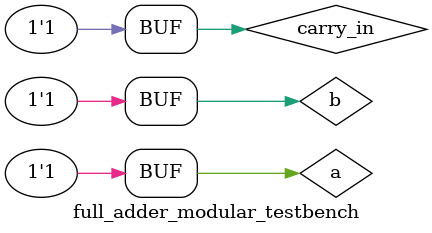
<source format=v>
module full_adder_modular_testbench;
    reg a, b, carry_in;
    wire sum, carry_out;

    full_adder_modular fa0(a, b, carry_in, sum, carry_out);

    initial begin
             a=1'b0; b=1'b0; carry_in=1'b0; //expected sum=1'b'0 & carry_out=1'b0
        #100 a=1'b0; b=1'b1; carry_in=1'b0; //expected sum=1'b'1 & carry_out=1'b0
        #100 a=1'b1; b=1'b0; carry_in=1'b0; //expected sum=1'b'1 & carry_out=1'b0
        #100 a=1'b1; b=1'b1; carry_in=1'b0; //expected sum=1'b'0 & carry_out=1'b1

        #100 a=1'b0; b=1'b0; carry_in=1'b1; //expected sum=1'b'1 & carry_out=1'b0
        #100 a=1'b0; b=1'b1; carry_in=1'b1; //expected sum=1'b'0 & carry_out=1'b1
        #100 a=1'b1; b=1'b0; carry_in=1'b1; //expected sum=1'b'0 & carry_out=1'b1
        #100 a=1'b1; b=1'b1; carry_in=1'b1; //expected sum=1'b'1 & carry_out=1'b1
    end

endmodule

</source>
